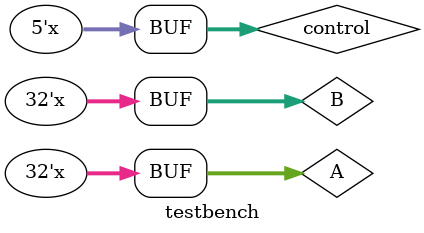
<source format=v>
`timescale 1ns / 1ps


module testbench();
    reg [31:0] A,B;
    reg [4:0] control;
    wire [31:0] final;
    wire less,equal,zero,over,carry;
    //control=0;
    Alu_control a1 (A,B,control,final,less,equal,zero,over,carry);
    initial begin
    A=0;
    B=0;
    control=0;
    end
    always begin
    #10 A=A+1;
    #20 B=B+1;
    #25 control=control+1;
    end
endmodule

</source>
